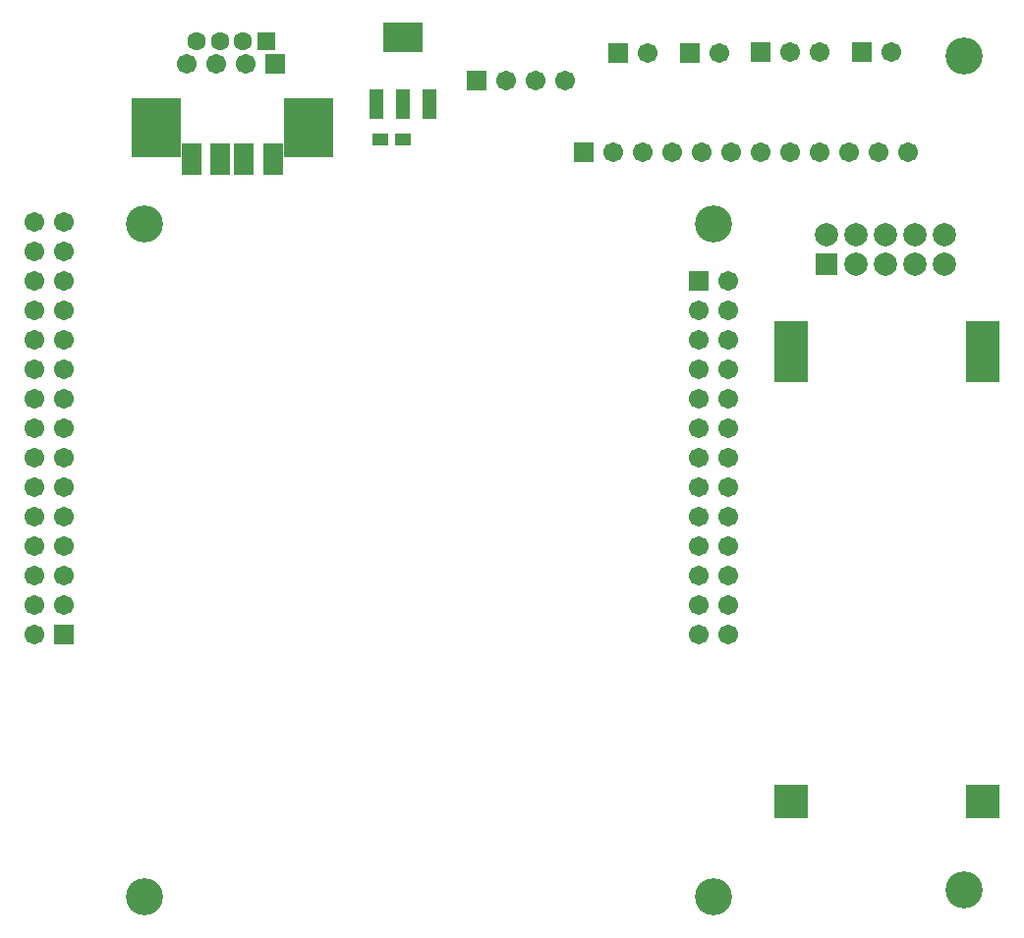
<source format=gts>
G04 Layer_Color=8388736*
%FSLAX25Y25*%
%MOIN*%
G70*
G01*
G75*
%ADD37R,0.13792X0.10249*%
%ADD38R,0.04737X0.10249*%
%ADD39R,0.05524X0.04343*%
%ADD40C,0.07887*%
%ADD41R,0.07194X0.07194*%
%ADD42R,0.06706X0.06706*%
%ADD43C,0.06706*%
%ADD44R,0.06312X0.06312*%
%ADD45C,0.06312*%
%ADD46C,0.12611*%
%ADD47R,0.16548X0.20485*%
%ADD48R,0.06706X0.10642*%
%ADD49R,0.06706X0.06706*%
%ADD50R,0.11824X0.11824*%
D37*
X110236Y305276D02*
D03*
D38*
X119291Y282441D02*
D03*
X110236D02*
D03*
X101181D02*
D03*
D39*
X110291Y270630D02*
D03*
X102811D02*
D03*
D40*
X254016Y238228D02*
D03*
X264016D02*
D03*
X274016D02*
D03*
X284016D02*
D03*
X294016D02*
D03*
Y228228D02*
D03*
X284016D02*
D03*
X274016D02*
D03*
X264016D02*
D03*
D41*
X254016D02*
D03*
D42*
X67126Y296063D02*
D03*
X231732Y300157D02*
D03*
X183189Y299764D02*
D03*
X207598D02*
D03*
X265866Y300157D02*
D03*
X171653Y266299D02*
D03*
X135394Y290354D02*
D03*
D43*
X57126Y296063D02*
D03*
X47126D02*
D03*
X37126D02*
D03*
X241732Y300157D02*
D03*
X251732D02*
D03*
X193189Y299764D02*
D03*
X217598D02*
D03*
X275866Y300157D02*
D03*
X-14724Y242520D02*
D03*
X-4724D02*
D03*
X-14724Y232520D02*
D03*
X-4724D02*
D03*
X-14724Y222520D02*
D03*
X-4724D02*
D03*
X-14724Y212520D02*
D03*
X-4724D02*
D03*
X-14724Y202520D02*
D03*
X-4724D02*
D03*
X-14724Y192520D02*
D03*
X-4724D02*
D03*
X-14724Y182520D02*
D03*
X-4724D02*
D03*
X-14724Y172520D02*
D03*
X-4724D02*
D03*
X-14724Y162520D02*
D03*
X-4724D02*
D03*
X-14724Y152520D02*
D03*
X-4724D02*
D03*
X-14724Y142520D02*
D03*
X-4724D02*
D03*
X-14724Y132520D02*
D03*
X-4724D02*
D03*
X-14724Y122520D02*
D03*
X-4724D02*
D03*
X-14724Y112520D02*
D03*
X-4724D02*
D03*
X-14724Y102520D02*
D03*
X220669Y222461D02*
D03*
X210669Y212461D02*
D03*
X220669D02*
D03*
X210669Y202461D02*
D03*
X220669D02*
D03*
X210669Y192461D02*
D03*
X220669D02*
D03*
X210669Y182461D02*
D03*
X220669D02*
D03*
X210669Y172461D02*
D03*
X220669D02*
D03*
X210669Y162461D02*
D03*
X220669D02*
D03*
X210669Y152461D02*
D03*
X220669D02*
D03*
X210669Y142461D02*
D03*
X220669D02*
D03*
X210669Y132461D02*
D03*
X220669D02*
D03*
X210669Y122461D02*
D03*
X220669D02*
D03*
X210669Y112461D02*
D03*
X220669D02*
D03*
X210669Y102461D02*
D03*
X220669D02*
D03*
X181653Y266299D02*
D03*
X191654D02*
D03*
X201654D02*
D03*
X211653D02*
D03*
X221654D02*
D03*
X231653D02*
D03*
X241653D02*
D03*
X251654D02*
D03*
X261653D02*
D03*
X271654D02*
D03*
X281653D02*
D03*
X165394Y290354D02*
D03*
X155394D02*
D03*
X145394D02*
D03*
D44*
X63976Y303740D02*
D03*
D45*
X56102D02*
D03*
X48228D02*
D03*
X40354D02*
D03*
D46*
X300630Y298752D02*
D03*
Y15748D02*
D03*
X215591Y241752D02*
D03*
Y13386D02*
D03*
X22677D02*
D03*
Y241752D02*
D03*
D47*
X26535Y274567D02*
D03*
X78268D02*
D03*
D48*
X38622Y263937D02*
D03*
X48465D02*
D03*
X56339D02*
D03*
X66181D02*
D03*
D49*
X-4724Y102520D02*
D03*
X210669Y222461D02*
D03*
D50*
X306929Y45669D02*
D03*
X241968D02*
D03*
Y193701D02*
D03*
X306929D02*
D03*
Y203051D02*
D03*
X241968D02*
D03*
M02*

</source>
